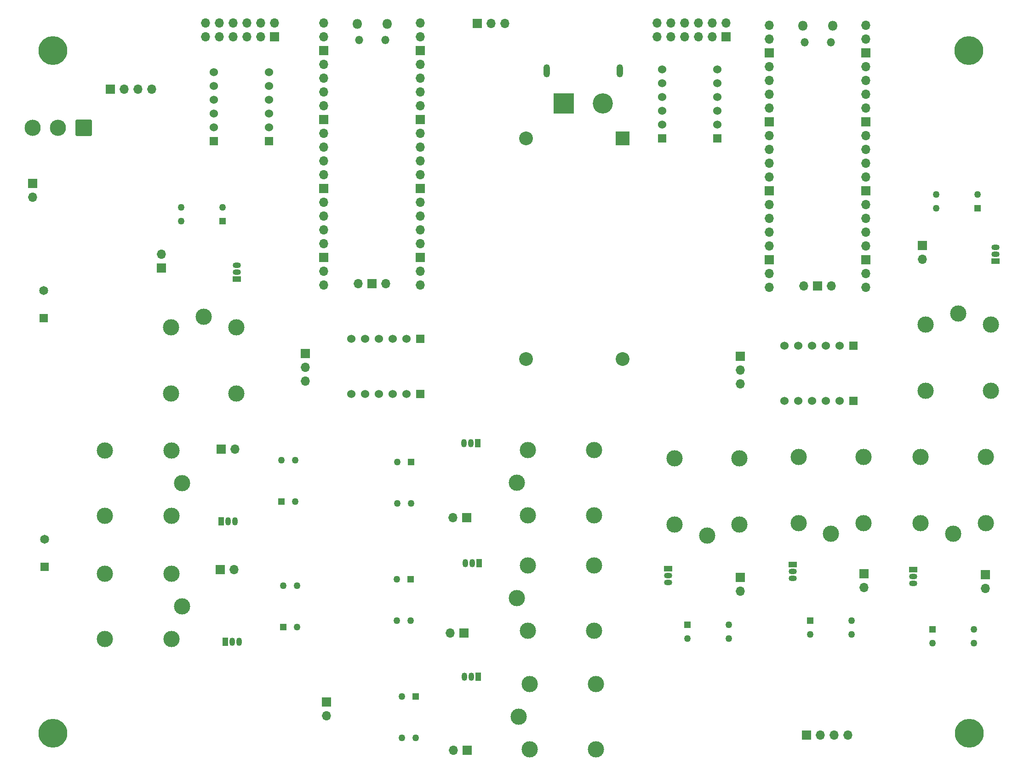
<source format=gbr>
%TF.GenerationSoftware,KiCad,Pcbnew,(6.0.5-0)*%
%TF.CreationDate,2024-02-05T16:25:51-05:00*%
%TF.ProjectId,Autonomous Drift Cart PCB,4175746f-6e6f-46d6-9f75-732044726966,rev?*%
%TF.SameCoordinates,Original*%
%TF.FileFunction,Soldermask,Bot*%
%TF.FilePolarity,Negative*%
%FSLAX46Y46*%
G04 Gerber Fmt 4.6, Leading zero omitted, Abs format (unit mm)*
G04 Created by KiCad (PCBNEW (6.0.5-0)) date 2024-02-05 16:25:51*
%MOMM*%
%LPD*%
G01*
G04 APERTURE LIST*
G04 Aperture macros list*
%AMRoundRect*
0 Rectangle with rounded corners*
0 $1 Rounding radius*
0 $2 $3 $4 $5 $6 $7 $8 $9 X,Y pos of 4 corners*
0 Add a 4 corners polygon primitive as box body*
4,1,4,$2,$3,$4,$5,$6,$7,$8,$9,$2,$3,0*
0 Add four circle primitives for the rounded corners*
1,1,$1+$1,$2,$3*
1,1,$1+$1,$4,$5*
1,1,$1+$1,$6,$7*
1,1,$1+$1,$8,$9*
0 Add four rect primitives between the rounded corners*
20,1,$1+$1,$2,$3,$4,$5,0*
20,1,$1+$1,$4,$5,$6,$7,0*
20,1,$1+$1,$6,$7,$8,$9,0*
20,1,$1+$1,$8,$9,$2,$3,0*%
G04 Aperture macros list end*
%ADD10R,3.716000X3.716000*%
%ADD11C,3.716000*%
%ADD12O,1.200000X2.400000*%
%ADD13R,1.700000X1.700000*%
%ADD14O,1.700000X1.700000*%
%ADD15R,1.260000X1.260000*%
%ADD16C,1.260000*%
%ADD17C,3.000000*%
%ADD18R,1.050000X1.500000*%
%ADD19O,1.050000X1.500000*%
%ADD20R,1.650000X1.650000*%
%ADD21C,1.650000*%
%ADD22R,1.500000X1.050000*%
%ADD23O,1.500000X1.050000*%
%ADD24C,1.524000*%
%ADD25R,1.524000X1.524000*%
%ADD26O,1.500000X1.500000*%
%ADD27O,1.800000X1.800000*%
%ADD28C,5.300000*%
%ADD29R,2.540000X2.540000*%
%ADD30C,2.540000*%
%ADD31RoundRect,0.102000X1.387500X1.387500X-1.387500X1.387500X-1.387500X-1.387500X1.387500X-1.387500X0*%
%ADD32C,2.979000*%
G04 APERTURE END LIST*
D10*
%TO.C,J25*%
X222500000Y-61265700D03*
D11*
X229700000Y-61265700D03*
D12*
X219350000Y-55265700D03*
X232850000Y-55265700D03*
%TD*%
D13*
%TO.C,J8*%
X267250000Y-177575000D03*
D14*
X269790000Y-177575000D03*
X272330000Y-177575000D03*
X274870000Y-177575000D03*
%TD*%
D13*
%TO.C,J1*%
X169230000Y-48950000D03*
D14*
X169230000Y-46410000D03*
X166690000Y-48950000D03*
X166690000Y-46410000D03*
X164150000Y-48950000D03*
X164150000Y-46410000D03*
X161610000Y-48950000D03*
X161610000Y-46410000D03*
X159070000Y-48950000D03*
X159070000Y-46410000D03*
X156530000Y-48950000D03*
X156530000Y-46410000D03*
%TD*%
D15*
%TO.C,Q1*%
X245322500Y-157280000D03*
D16*
X245322500Y-159820000D03*
X252942500Y-159820000D03*
X252942500Y-157280000D03*
%TD*%
D17*
%TO.C,K10*%
X216250000Y-168200000D03*
X216250000Y-180200000D03*
X228450000Y-180200000D03*
X228450000Y-168200000D03*
X214250000Y-174200000D03*
%TD*%
D13*
%TO.C,J16*%
X148450000Y-91550000D03*
D14*
X148450000Y-89010000D03*
%TD*%
D13*
%TO.C,J15*%
X204640000Y-137500000D03*
D14*
X202100000Y-137500000D03*
%TD*%
D18*
%TO.C,Q9*%
X206920000Y-145900000D03*
D19*
X205650000Y-145900000D03*
X204380000Y-145900000D03*
%TD*%
D13*
%TO.C,J14*%
X204190000Y-158750000D03*
D14*
X201650000Y-158750000D03*
%TD*%
D16*
%TO.C,Q21*%
X195270000Y-178092500D03*
X192730000Y-178092500D03*
X192730000Y-170472500D03*
D15*
X195270000Y-170472500D03*
%TD*%
D14*
%TO.C,J30*%
X124700000Y-78515000D03*
D13*
X124700000Y-75975000D03*
%TD*%
%TO.C,J3*%
X139070000Y-58600000D03*
D14*
X141610000Y-58600000D03*
X144150000Y-58600000D03*
X146690000Y-58600000D03*
%TD*%
D20*
%TO.C,J10*%
X126900000Y-146540000D03*
D21*
X126900000Y-141460000D03*
%TD*%
D22*
%TO.C,Q7*%
X264700000Y-146125000D03*
D23*
X264700000Y-147395000D03*
X264700000Y-148665000D03*
%TD*%
D15*
%TO.C,Q3*%
X290440000Y-158105000D03*
D16*
X290440000Y-160645000D03*
X298060000Y-160645000D03*
X298060000Y-158105000D03*
%TD*%
D24*
%TO.C,U2*%
X188480000Y-114780000D03*
X188480000Y-104620000D03*
X191020000Y-114780000D03*
D25*
X196100000Y-114780000D03*
D24*
X193560000Y-114780000D03*
X185940000Y-114780000D03*
X183400000Y-114780000D03*
X191020000Y-104620000D03*
D25*
X196100000Y-104620000D03*
D24*
X193560000Y-104620000D03*
X185940000Y-104620000D03*
X183400000Y-104620000D03*
%TD*%
D19*
%TO.C,Q18*%
X162730000Y-160360000D03*
X161460000Y-160360000D03*
D18*
X160190000Y-160360000D03*
%TD*%
D17*
%TO.C,K2*%
X271750000Y-140525000D03*
X265750000Y-126325000D03*
X277750000Y-126325000D03*
X277750000Y-138525000D03*
X265750000Y-138525000D03*
%TD*%
%TO.C,K5*%
X213900000Y-131100000D03*
X228100000Y-125100000D03*
X228100000Y-137100000D03*
X215900000Y-137100000D03*
X215900000Y-125100000D03*
%TD*%
%TO.C,K9*%
X152260000Y-153850000D03*
X138060000Y-159850000D03*
X138060000Y-147850000D03*
X150260000Y-147850000D03*
X150260000Y-159850000D03*
%TD*%
D14*
%TO.C,U3*%
X189790000Y-94450000D03*
D13*
X187250000Y-94450000D03*
D14*
X184710000Y-94450000D03*
X196140000Y-46420000D03*
X196140000Y-48960000D03*
D13*
X196140000Y-51500000D03*
D14*
X196140000Y-54040000D03*
X196140000Y-56580000D03*
X196140000Y-59120000D03*
X196140000Y-61660000D03*
D13*
X196140000Y-64200000D03*
D14*
X196140000Y-66740000D03*
X196140000Y-69280000D03*
X196140000Y-71820000D03*
X196140000Y-74360000D03*
D13*
X196140000Y-76900000D03*
D14*
X196140000Y-79440000D03*
X196140000Y-81980000D03*
X196140000Y-84520000D03*
X196140000Y-87060000D03*
D13*
X196140000Y-89600000D03*
D14*
X196140000Y-92140000D03*
X196140000Y-94680000D03*
X178360000Y-94680000D03*
X178360000Y-92140000D03*
D13*
X178360000Y-89600000D03*
D14*
X178360000Y-87060000D03*
X178360000Y-84520000D03*
X178360000Y-81980000D03*
X178360000Y-79440000D03*
D13*
X178360000Y-76900000D03*
D14*
X178360000Y-74360000D03*
X178360000Y-71820000D03*
X178360000Y-69280000D03*
X178360000Y-66740000D03*
D13*
X178360000Y-64200000D03*
D14*
X178360000Y-61660000D03*
X178360000Y-59120000D03*
X178360000Y-56580000D03*
X178360000Y-54040000D03*
D13*
X178360000Y-51500000D03*
D14*
X178360000Y-48960000D03*
X178360000Y-46420000D03*
D26*
X189675000Y-49580000D03*
D27*
X184525000Y-46550000D03*
D26*
X184825000Y-49580000D03*
D27*
X189975000Y-46550000D03*
%TD*%
D21*
%TO.C,J20*%
X126800000Y-95710000D03*
D20*
X126800000Y-100790000D03*
%TD*%
D14*
%TO.C,J9*%
X202235000Y-180350000D03*
D13*
X204775000Y-180350000D03*
%TD*%
D18*
%TO.C,Q10*%
X206670000Y-123790000D03*
D19*
X205400000Y-123790000D03*
X204130000Y-123790000D03*
%TD*%
D15*
%TO.C,Q19*%
X298710000Y-80520000D03*
D16*
X298710000Y-77980000D03*
X291090000Y-77980000D03*
X291090000Y-80520000D03*
%TD*%
D13*
%TO.C,J19*%
X159260000Y-147050000D03*
D14*
X161800000Y-147050000D03*
%TD*%
D22*
%TO.C,Q15*%
X162350000Y-93590000D03*
D23*
X162350000Y-92320000D03*
X162350000Y-91050000D03*
%TD*%
D17*
%TO.C,K7*%
X152260000Y-131200000D03*
X138060000Y-137200000D03*
X138060000Y-125200000D03*
X150260000Y-125200000D03*
X150260000Y-137200000D03*
%TD*%
D14*
%TO.C,U4*%
X271840000Y-94855000D03*
D13*
X269300000Y-94855000D03*
D14*
X266760000Y-94855000D03*
X278190000Y-46825000D03*
X278190000Y-49365000D03*
D13*
X278190000Y-51905000D03*
D14*
X278190000Y-54445000D03*
X278190000Y-56985000D03*
X278190000Y-59525000D03*
X278190000Y-62065000D03*
D13*
X278190000Y-64605000D03*
D14*
X278190000Y-67145000D03*
X278190000Y-69685000D03*
X278190000Y-72225000D03*
X278190000Y-74765000D03*
D13*
X278190000Y-77305000D03*
D14*
X278190000Y-79845000D03*
X278190000Y-82385000D03*
X278190000Y-84925000D03*
X278190000Y-87465000D03*
D13*
X278190000Y-90005000D03*
D14*
X278190000Y-92545000D03*
X278190000Y-95085000D03*
X260410000Y-95085000D03*
X260410000Y-92545000D03*
D13*
X260410000Y-90005000D03*
D14*
X260410000Y-87465000D03*
X260410000Y-84925000D03*
X260410000Y-82385000D03*
X260410000Y-79845000D03*
D13*
X260410000Y-77305000D03*
D14*
X260410000Y-74765000D03*
X260410000Y-72225000D03*
X260410000Y-69685000D03*
X260410000Y-67145000D03*
D13*
X260410000Y-64605000D03*
D14*
X260410000Y-62065000D03*
X260410000Y-59525000D03*
X260410000Y-56985000D03*
X260410000Y-54445000D03*
D13*
X260410000Y-51905000D03*
D14*
X260410000Y-49365000D03*
X260410000Y-46825000D03*
D27*
X266575000Y-46955000D03*
X272025000Y-46955000D03*
D26*
X266875000Y-49985000D03*
X271725000Y-49985000D03*
%TD*%
D17*
%TO.C,K4*%
X213900000Y-152350000D03*
X228100000Y-146350000D03*
X228100000Y-158350000D03*
X215900000Y-158350000D03*
X215900000Y-146350000D03*
%TD*%
D13*
%TO.C,J2*%
X174900000Y-107325000D03*
D14*
X174900000Y-109865000D03*
X174900000Y-112405000D03*
%TD*%
D13*
%TO.C,J4*%
X255000000Y-107810000D03*
D14*
X255000000Y-110350000D03*
X255000000Y-112890000D03*
%TD*%
D15*
%TO.C,Q12*%
X170540000Y-134577500D03*
D16*
X173080000Y-134577500D03*
X173080000Y-126957500D03*
X170540000Y-126957500D03*
%TD*%
D14*
%TO.C,J5*%
X178825000Y-173990000D03*
D13*
X178825000Y-171450000D03*
%TD*%
D28*
%TO.C,H1*%
X128450000Y-51500000D03*
%TD*%
D13*
%TO.C,J12*%
X277850000Y-147850000D03*
D14*
X277850000Y-150390000D03*
%TD*%
D24*
%TO.C,U5*%
X268230000Y-115980000D03*
X268230000Y-105820000D03*
X270770000Y-115980000D03*
D25*
X275850000Y-115980000D03*
D24*
X273310000Y-115980000D03*
X265690000Y-115980000D03*
X263150000Y-115980000D03*
X270770000Y-105820000D03*
D25*
X275850000Y-105820000D03*
D24*
X273310000Y-105820000D03*
X265690000Y-105820000D03*
X263150000Y-105820000D03*
%TD*%
D29*
%TO.C,U6*%
X233340000Y-67680000D03*
D30*
X215560000Y-67680000D03*
X215560000Y-108320000D03*
X233340000Y-108320000D03*
%TD*%
D31*
%TO.C,S2*%
X134100000Y-65750000D03*
D32*
X129400000Y-65750000D03*
X124700000Y-65750000D03*
%TD*%
D14*
%TO.C,J7*%
X239740000Y-46400000D03*
X239740000Y-48940000D03*
X242280000Y-46400000D03*
X242280000Y-48940000D03*
X244820000Y-46400000D03*
X244820000Y-48940000D03*
X247360000Y-46400000D03*
X247360000Y-48940000D03*
X249900000Y-46400000D03*
X249900000Y-48940000D03*
X252440000Y-46400000D03*
D13*
X252440000Y-48940000D03*
%TD*%
D15*
%TO.C,Q11*%
X159660000Y-82920000D03*
D16*
X159660000Y-80380000D03*
X152040000Y-80380000D03*
X152040000Y-82920000D03*
%TD*%
D15*
%TO.C,Q5*%
X194420000Y-127290000D03*
D16*
X191880000Y-127290000D03*
X191880000Y-134910000D03*
X194420000Y-134910000D03*
%TD*%
D15*
%TO.C,Q4*%
X194320000Y-148872500D03*
D16*
X191780000Y-148872500D03*
X191780000Y-156492500D03*
X194320000Y-156492500D03*
%TD*%
D28*
%TO.C,H3*%
X297150000Y-51500000D03*
%TD*%
D13*
%TO.C,J13*%
X300200000Y-148050000D03*
D14*
X300200000Y-150590000D03*
%TD*%
D17*
%TO.C,K11*%
X295150000Y-99950000D03*
X301150000Y-114150000D03*
X289150000Y-114150000D03*
X289150000Y-101950000D03*
X301150000Y-101950000D03*
%TD*%
D28*
%TO.C,H2*%
X128450000Y-177200000D03*
%TD*%
D18*
%TO.C,Q16*%
X159410000Y-138200000D03*
D19*
X160680000Y-138200000D03*
X161950000Y-138200000D03*
%TD*%
D13*
%TO.C,J29*%
X288550000Y-87425000D03*
D14*
X288550000Y-89965000D03*
%TD*%
D23*
%TO.C,Q8*%
X286840000Y-149595000D03*
X286840000Y-148325000D03*
D22*
X286840000Y-147055000D03*
%TD*%
D28*
%TO.C,H4*%
X297200000Y-177200000D03*
%TD*%
D17*
%TO.C,K1*%
X248900000Y-140800000D03*
X242900000Y-126600000D03*
X254900000Y-126600000D03*
X254900000Y-138800000D03*
X242900000Y-138800000D03*
%TD*%
D15*
%TO.C,Q2*%
X267890000Y-156455000D03*
D16*
X267890000Y-158995000D03*
X275510000Y-158995000D03*
X275510000Y-156455000D03*
%TD*%
D13*
%TO.C,J11*%
X255000000Y-148525000D03*
D14*
X255000000Y-151065000D03*
%TD*%
D22*
%TO.C,Q20*%
X302010000Y-90270000D03*
D23*
X302010000Y-89000000D03*
X302010000Y-87730000D03*
%TD*%
D17*
%TO.C,K6*%
X156200000Y-100500000D03*
X162200000Y-114700000D03*
X150200000Y-114700000D03*
X150200000Y-102500000D03*
X162200000Y-102500000D03*
%TD*%
D19*
%TO.C,Q22*%
X204250000Y-166850000D03*
X205520000Y-166850000D03*
D18*
X206790000Y-166850000D03*
%TD*%
D24*
%TO.C,U1*%
X158070000Y-60580000D03*
X168230000Y-60580000D03*
X158070000Y-63120000D03*
D25*
X158070000Y-68200000D03*
D24*
X158070000Y-65660000D03*
X158070000Y-58040000D03*
X158070000Y-55500000D03*
X168230000Y-63120000D03*
D25*
X168230000Y-68200000D03*
D24*
X168230000Y-65660000D03*
X168230000Y-58040000D03*
X168230000Y-55500000D03*
%TD*%
D17*
%TO.C,K3*%
X294250000Y-140525000D03*
X288250000Y-126325000D03*
X300250000Y-126325000D03*
X300250000Y-138525000D03*
X288250000Y-138525000D03*
%TD*%
D24*
%TO.C,U8*%
X250830000Y-55000000D03*
X250830000Y-57540000D03*
X250830000Y-65160000D03*
D25*
X250830000Y-67700000D03*
D24*
X250830000Y-62620000D03*
X240670000Y-55000000D03*
X240670000Y-57540000D03*
X240670000Y-65160000D03*
D25*
X240670000Y-67700000D03*
D24*
X240670000Y-62620000D03*
X250830000Y-60080000D03*
X240670000Y-60080000D03*
%TD*%
D22*
%TO.C,Q6*%
X241740000Y-146880000D03*
D23*
X241740000Y-148150000D03*
X241740000Y-149420000D03*
%TD*%
D16*
%TO.C,Q14*%
X170840000Y-150040000D03*
X173380000Y-150040000D03*
X173380000Y-157660000D03*
D15*
X170840000Y-157660000D03*
%TD*%
D13*
%TO.C,J6*%
X206625000Y-46500000D03*
D14*
X209165000Y-46500000D03*
X211705000Y-46500000D03*
%TD*%
D13*
%TO.C,J17*%
X159435000Y-124900000D03*
D14*
X161975000Y-124900000D03*
%TD*%
M02*

</source>
